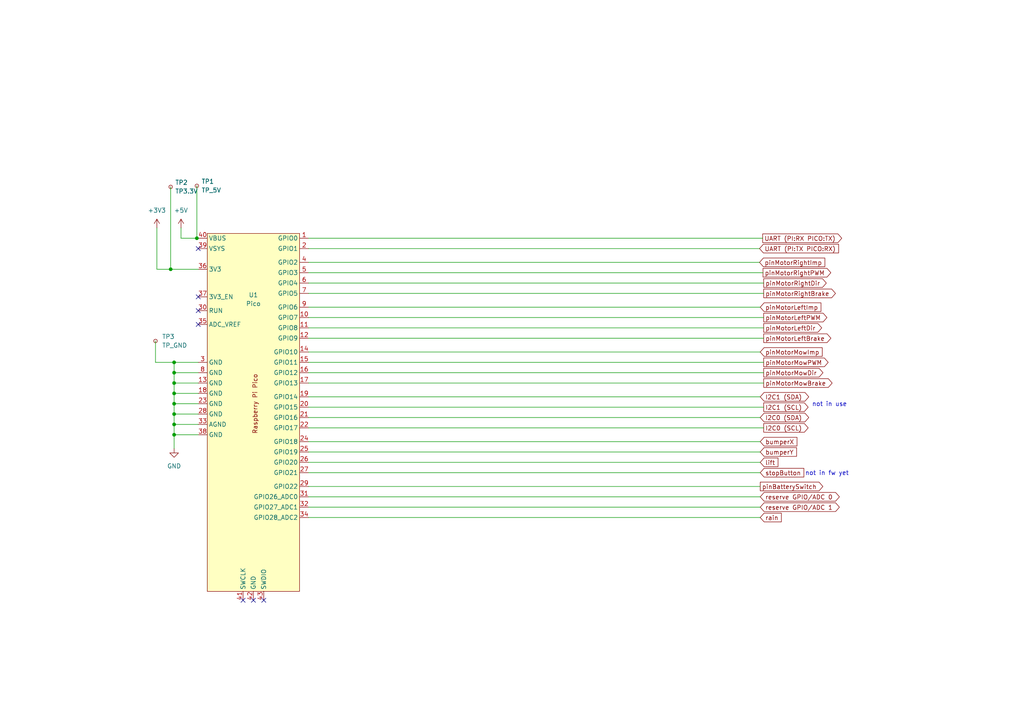
<source format=kicad_sch>
(kicad_sch
	(version 20250114)
	(generator "eeschema")
	(generator_version "9.0")
	(uuid "ccf65e24-b980-469f-8862-e397985c8f5a")
	(paper "A4")
	(title_block
		(title "Landrumower low level unit")
		(rev "1.1")
	)
	(lib_symbols
		(symbol "Connector:TestPoint_Small"
			(pin_numbers
				(hide yes)
			)
			(pin_names
				(offset 0.762)
				(hide yes)
			)
			(exclude_from_sim no)
			(in_bom yes)
			(on_board yes)
			(property "Reference" "TP"
				(at 0 3.81 0)
				(effects
					(font
						(size 1.27 1.27)
					)
				)
			)
			(property "Value" "TestPoint_Small"
				(at 0 2.032 0)
				(effects
					(font
						(size 1.27 1.27)
					)
				)
			)
			(property "Footprint" ""
				(at 5.08 0 0)
				(effects
					(font
						(size 1.27 1.27)
					)
					(hide yes)
				)
			)
			(property "Datasheet" "~"
				(at 5.08 0 0)
				(effects
					(font
						(size 1.27 1.27)
					)
					(hide yes)
				)
			)
			(property "Description" "test point"
				(at 0 0 0)
				(effects
					(font
						(size 1.27 1.27)
					)
					(hide yes)
				)
			)
			(property "ki_keywords" "test point tp"
				(at 0 0 0)
				(effects
					(font
						(size 1.27 1.27)
					)
					(hide yes)
				)
			)
			(property "ki_fp_filters" "Pin* Test*"
				(at 0 0 0)
				(effects
					(font
						(size 1.27 1.27)
					)
					(hide yes)
				)
			)
			(symbol "TestPoint_Small_0_1"
				(circle
					(center 0 0)
					(radius 0.508)
					(stroke
						(width 0)
						(type default)
					)
					(fill
						(type none)
					)
				)
			)
			(symbol "TestPoint_Small_1_1"
				(pin passive line
					(at 0 0 90)
					(length 0)
					(name "1"
						(effects
							(font
								(size 1.27 1.27)
							)
						)
					)
					(number "1"
						(effects
							(font
								(size 1.27 1.27)
							)
						)
					)
				)
			)
			(embedded_fonts no)
		)
		(symbol "Pico_1"
			(exclude_from_sim no)
			(in_bom yes)
			(on_board yes)
			(property "Reference" "U?"
				(at 0 31.55 0)
				(effects
					(font
						(size 1.27 1.27)
					)
				)
			)
			(property "Value" "Pico"
				(at 0 29.01 0)
				(effects
					(font
						(size 1.27 1.27)
					)
				)
			)
			(property "Footprint" "RPi_Pico:RPi_Pico_SMD_TH"
				(at 6 0 90)
				(effects
					(font
						(size 1.27 1.27)
					)
					(hide yes)
				)
			)
			(property "Datasheet" ""
				(at 0 0 0)
				(effects
					(font
						(size 1.27 1.27)
					)
					(hide yes)
				)
			)
			(property "Description" ""
				(at 0 0 0)
				(effects
					(font
						(size 1.27 1.27)
					)
					(hide yes)
				)
			)
			(symbol "Pico_1_0_0"
				(text "Raspberry Pi Pico"
					(at 0.5 0 900)
					(effects
						(font
							(size 1.27 1.27)
						)
					)
				)
			)
			(symbol "Pico_1_0_1"
				(rectangle
					(start -13.4 49.4)
					(end 13.4 -54.4)
					(stroke
						(width 0)
						(type default)
					)
					(fill
						(type background)
					)
				)
			)
			(symbol "Pico_1_1_1"
				(pin power_in line
					(at -16 48 0)
					(length 2.54)
					(name "VBUS"
						(effects
							(font
								(size 1.27 1.27)
							)
						)
					)
					(number "40"
						(effects
							(font
								(size 1.27 1.27)
							)
						)
					)
				)
				(pin power_in line
					(at -16 45 0)
					(length 2.54)
					(name "VSYS"
						(effects
							(font
								(size 1.27 1.27)
							)
						)
					)
					(number "39"
						(effects
							(font
								(size 1.27 1.27)
							)
						)
					)
				)
				(pin power_in line
					(at -16 39 0)
					(length 2.54)
					(name "3V3"
						(effects
							(font
								(size 1.27 1.27)
							)
						)
					)
					(number "36"
						(effects
							(font
								(size 1.27 1.27)
							)
						)
					)
				)
				(pin input line
					(at -16 31 0)
					(length 2.54)
					(name "3V3_EN"
						(effects
							(font
								(size 1.27 1.27)
							)
						)
					)
					(number "37"
						(effects
							(font
								(size 1.27 1.27)
							)
						)
					)
				)
				(pin input line
					(at -16 27 0)
					(length 2.54)
					(name "RUN"
						(effects
							(font
								(size 1.27 1.27)
							)
						)
					)
					(number "30"
						(effects
							(font
								(size 1.27 1.27)
							)
						)
					)
				)
				(pin power_in line
					(at -16 23 0)
					(length 2.54)
					(name "ADC_VREF"
						(effects
							(font
								(size 1.27 1.27)
							)
						)
					)
					(number "35"
						(effects
							(font
								(size 1.27 1.27)
							)
						)
					)
				)
				(pin power_in line
					(at -16 12 0)
					(length 2.54)
					(name "GND"
						(effects
							(font
								(size 1.27 1.27)
							)
						)
					)
					(number "3"
						(effects
							(font
								(size 1.27 1.27)
							)
						)
					)
				)
				(pin power_in line
					(at -16 9 0)
					(length 2.54)
					(name "GND"
						(effects
							(font
								(size 1.27 1.27)
							)
						)
					)
					(number "8"
						(effects
							(font
								(size 1.27 1.27)
							)
						)
					)
				)
				(pin power_in line
					(at -16 6 0)
					(length 2.54)
					(name "GND"
						(effects
							(font
								(size 1.27 1.27)
							)
						)
					)
					(number "13"
						(effects
							(font
								(size 1.27 1.27)
							)
						)
					)
				)
				(pin power_in line
					(at -16 3 0)
					(length 2.54)
					(name "GND"
						(effects
							(font
								(size 1.27 1.27)
							)
						)
					)
					(number "18"
						(effects
							(font
								(size 1.27 1.27)
							)
						)
					)
				)
				(pin power_in line
					(at -16 0 0)
					(length 2.54)
					(name "GND"
						(effects
							(font
								(size 1.27 1.27)
							)
						)
					)
					(number "23"
						(effects
							(font
								(size 1.27 1.27)
							)
						)
					)
				)
				(pin power_in line
					(at -16 -3 0)
					(length 2.54)
					(name "GND"
						(effects
							(font
								(size 1.27 1.27)
							)
						)
					)
					(number "28"
						(effects
							(font
								(size 1.27 1.27)
							)
						)
					)
				)
				(pin power_in line
					(at -16 -6 0)
					(length 2.54)
					(name "AGND"
						(effects
							(font
								(size 1.27 1.27)
							)
						)
					)
					(number "33"
						(effects
							(font
								(size 1.27 1.27)
							)
						)
					)
				)
				(pin bidirectional line
					(at -16 -9 0)
					(length 2.54)
					(name "GND"
						(effects
							(font
								(size 1.27 1.27)
							)
						)
					)
					(number "38"
						(effects
							(font
								(size 1.27 1.27)
							)
						)
					)
				)
				(pin input line
					(at -3 -57 90)
					(length 2.54)
					(name "SWCLK"
						(effects
							(font
								(size 1.27 1.27)
							)
						)
					)
					(number "41"
						(effects
							(font
								(size 1.27 1.27)
							)
						)
					)
				)
				(pin power_in line
					(at 0 -57 90)
					(length 2.54)
					(name "GND"
						(effects
							(font
								(size 1.27 1.27)
							)
						)
					)
					(number "42"
						(effects
							(font
								(size 1.27 1.27)
							)
						)
					)
				)
				(pin bidirectional line
					(at 3 -57 90)
					(length 2.54)
					(name "SWDIO"
						(effects
							(font
								(size 1.27 1.27)
							)
						)
					)
					(number "43"
						(effects
							(font
								(size 1.27 1.27)
							)
						)
					)
				)
				(pin bidirectional line
					(at 16 48 180)
					(length 2.54)
					(name "GPIO0"
						(effects
							(font
								(size 1.27 1.27)
							)
						)
					)
					(number "1"
						(effects
							(font
								(size 1.27 1.27)
							)
						)
					)
				)
				(pin bidirectional line
					(at 16 45 180)
					(length 2.54)
					(name "GPIO1"
						(effects
							(font
								(size 1.27 1.27)
							)
						)
					)
					(number "2"
						(effects
							(font
								(size 1.27 1.27)
							)
						)
					)
				)
				(pin bidirectional line
					(at 16 41 180)
					(length 2.54)
					(name "GPIO2"
						(effects
							(font
								(size 1.27 1.27)
							)
						)
					)
					(number "4"
						(effects
							(font
								(size 1.27 1.27)
							)
						)
					)
				)
				(pin bidirectional line
					(at 16 38 180)
					(length 2.54)
					(name "GPIO3"
						(effects
							(font
								(size 1.27 1.27)
							)
						)
					)
					(number "5"
						(effects
							(font
								(size 1.27 1.27)
							)
						)
					)
				)
				(pin bidirectional line
					(at 16 35 180)
					(length 2.54)
					(name "GPIO4"
						(effects
							(font
								(size 1.27 1.27)
							)
						)
					)
					(number "6"
						(effects
							(font
								(size 1.27 1.27)
							)
						)
					)
				)
				(pin bidirectional line
					(at 16 32 180)
					(length 2.54)
					(name "GPIO5"
						(effects
							(font
								(size 1.27 1.27)
							)
						)
					)
					(number "7"
						(effects
							(font
								(size 1.27 1.27)
							)
						)
					)
				)
				(pin bidirectional line
					(at 16 28 180)
					(length 2.54)
					(name "GPIO6"
						(effects
							(font
								(size 1.27 1.27)
							)
						)
					)
					(number "9"
						(effects
							(font
								(size 1.27 1.27)
							)
						)
					)
				)
				(pin bidirectional line
					(at 16 25 180)
					(length 2.54)
					(name "GPIO7"
						(effects
							(font
								(size 1.27 1.27)
							)
						)
					)
					(number "10"
						(effects
							(font
								(size 1.27 1.27)
							)
						)
					)
				)
				(pin bidirectional line
					(at 16 22 180)
					(length 2.54)
					(name "GPIO8"
						(effects
							(font
								(size 1.27 1.27)
							)
						)
					)
					(number "11"
						(effects
							(font
								(size 1.27 1.27)
							)
						)
					)
				)
				(pin bidirectional line
					(at 16 19 180)
					(length 2.54)
					(name "GPIO9"
						(effects
							(font
								(size 1.27 1.27)
							)
						)
					)
					(number "12"
						(effects
							(font
								(size 1.27 1.27)
							)
						)
					)
				)
				(pin bidirectional line
					(at 16 15 180)
					(length 2.54)
					(name "GPIO10"
						(effects
							(font
								(size 1.27 1.27)
							)
						)
					)
					(number "14"
						(effects
							(font
								(size 1.27 1.27)
							)
						)
					)
				)
				(pin bidirectional line
					(at 16 12 180)
					(length 2.54)
					(name "GPIO11"
						(effects
							(font
								(size 1.27 1.27)
							)
						)
					)
					(number "15"
						(effects
							(font
								(size 1.27 1.27)
							)
						)
					)
				)
				(pin bidirectional line
					(at 16 9 180)
					(length 2.54)
					(name "GPIO12"
						(effects
							(font
								(size 1.27 1.27)
							)
						)
					)
					(number "16"
						(effects
							(font
								(size 1.27 1.27)
							)
						)
					)
				)
				(pin bidirectional line
					(at 16 6 180)
					(length 2.54)
					(name "GPIO13"
						(effects
							(font
								(size 1.27 1.27)
							)
						)
					)
					(number "17"
						(effects
							(font
								(size 1.27 1.27)
							)
						)
					)
				)
				(pin bidirectional line
					(at 16 2 180)
					(length 2.54)
					(name "GPIO14"
						(effects
							(font
								(size 1.27 1.27)
							)
						)
					)
					(number "19"
						(effects
							(font
								(size 1.27 1.27)
							)
						)
					)
				)
				(pin bidirectional line
					(at 16 -1 180)
					(length 2.54)
					(name "GPIO15"
						(effects
							(font
								(size 1.27 1.27)
							)
						)
					)
					(number "20"
						(effects
							(font
								(size 1.27 1.27)
							)
						)
					)
				)
				(pin bidirectional line
					(at 16 -4 180)
					(length 2.54)
					(name "GPIO16"
						(effects
							(font
								(size 1.27 1.27)
							)
						)
					)
					(number "21"
						(effects
							(font
								(size 1.27 1.27)
							)
						)
					)
				)
				(pin bidirectional line
					(at 16 -7 180)
					(length 2.54)
					(name "GPIO17"
						(effects
							(font
								(size 1.27 1.27)
							)
						)
					)
					(number "22"
						(effects
							(font
								(size 1.27 1.27)
							)
						)
					)
				)
				(pin bidirectional line
					(at 16 -11 180)
					(length 2.54)
					(name "GPIO18"
						(effects
							(font
								(size 1.27 1.27)
							)
						)
					)
					(number "24"
						(effects
							(font
								(size 1.27 1.27)
							)
						)
					)
				)
				(pin bidirectional line
					(at 16 -14 180)
					(length 2.54)
					(name "GPIO19"
						(effects
							(font
								(size 1.27 1.27)
							)
						)
					)
					(number "25"
						(effects
							(font
								(size 1.27 1.27)
							)
						)
					)
				)
				(pin bidirectional line
					(at 16 -17 180)
					(length 2.54)
					(name "GPIO20"
						(effects
							(font
								(size 1.27 1.27)
							)
						)
					)
					(number "26"
						(effects
							(font
								(size 1.27 1.27)
							)
						)
					)
				)
				(pin bidirectional line
					(at 16 -20 180)
					(length 2.54)
					(name "GPIO21"
						(effects
							(font
								(size 1.27 1.27)
							)
						)
					)
					(number "27"
						(effects
							(font
								(size 1.27 1.27)
							)
						)
					)
				)
				(pin bidirectional line
					(at 16 -24 180)
					(length 2.54)
					(name "GPIO22"
						(effects
							(font
								(size 1.27 1.27)
							)
						)
					)
					(number "29"
						(effects
							(font
								(size 1.27 1.27)
							)
						)
					)
				)
				(pin bidirectional line
					(at 16 -27 180)
					(length 2.54)
					(name "GPIO26_ADC0"
						(effects
							(font
								(size 1.27 1.27)
							)
						)
					)
					(number "31"
						(effects
							(font
								(size 1.27 1.27)
							)
						)
					)
				)
				(pin bidirectional line
					(at 16 -30 180)
					(length 2.54)
					(name "GPIO27_ADC1"
						(effects
							(font
								(size 1.27 1.27)
							)
						)
					)
					(number "32"
						(effects
							(font
								(size 1.27 1.27)
							)
						)
					)
				)
				(pin bidirectional line
					(at 16 -33 180)
					(length 2.54)
					(name "GPIO28_ADC2"
						(effects
							(font
								(size 1.27 1.27)
							)
						)
					)
					(number "34"
						(effects
							(font
								(size 1.27 1.27)
							)
						)
					)
				)
			)
			(embedded_fonts no)
		)
		(symbol "power:+3V3"
			(power)
			(pin_names
				(offset 0)
			)
			(exclude_from_sim no)
			(in_bom yes)
			(on_board yes)
			(property "Reference" "#PWR"
				(at 0 -3.81 0)
				(effects
					(font
						(size 1.27 1.27)
					)
					(hide yes)
				)
			)
			(property "Value" "+3V3"
				(at 0 3.556 0)
				(effects
					(font
						(size 1.27 1.27)
					)
				)
			)
			(property "Footprint" ""
				(at 0 0 0)
				(effects
					(font
						(size 1.27 1.27)
					)
					(hide yes)
				)
			)
			(property "Datasheet" ""
				(at 0 0 0)
				(effects
					(font
						(size 1.27 1.27)
					)
					(hide yes)
				)
			)
			(property "Description" "Power symbol creates a global label with name \"+3V3\""
				(at 0 0 0)
				(effects
					(font
						(size 1.27 1.27)
					)
					(hide yes)
				)
			)
			(property "ki_keywords" "power-flag"
				(at 0 0 0)
				(effects
					(font
						(size 1.27 1.27)
					)
					(hide yes)
				)
			)
			(symbol "+3V3_0_1"
				(polyline
					(pts
						(xy -0.762 1.27) (xy 0 2.54)
					)
					(stroke
						(width 0)
						(type default)
					)
					(fill
						(type none)
					)
				)
				(polyline
					(pts
						(xy 0 2.54) (xy 0.762 1.27)
					)
					(stroke
						(width 0)
						(type default)
					)
					(fill
						(type none)
					)
				)
				(polyline
					(pts
						(xy 0 0) (xy 0 2.54)
					)
					(stroke
						(width 0)
						(type default)
					)
					(fill
						(type none)
					)
				)
			)
			(symbol "+3V3_1_1"
				(pin power_in line
					(at 0 0 90)
					(length 0)
					(hide yes)
					(name "+3V3"
						(effects
							(font
								(size 1.27 1.27)
							)
						)
					)
					(number "1"
						(effects
							(font
								(size 1.27 1.27)
							)
						)
					)
				)
			)
			(embedded_fonts no)
		)
		(symbol "power:+5V"
			(power)
			(pin_names
				(offset 0)
			)
			(exclude_from_sim no)
			(in_bom yes)
			(on_board yes)
			(property "Reference" "#PWR"
				(at 0 -3.81 0)
				(effects
					(font
						(size 1.27 1.27)
					)
					(hide yes)
				)
			)
			(property "Value" "+5V"
				(at 0 3.556 0)
				(effects
					(font
						(size 1.27 1.27)
					)
				)
			)
			(property "Footprint" ""
				(at 0 0 0)
				(effects
					(font
						(size 1.27 1.27)
					)
					(hide yes)
				)
			)
			(property "Datasheet" ""
				(at 0 0 0)
				(effects
					(font
						(size 1.27 1.27)
					)
					(hide yes)
				)
			)
			(property "Description" "Power symbol creates a global label with name \"+5V\""
				(at 0 0 0)
				(effects
					(font
						(size 1.27 1.27)
					)
					(hide yes)
				)
			)
			(property "ki_keywords" "power-flag"
				(at 0 0 0)
				(effects
					(font
						(size 1.27 1.27)
					)
					(hide yes)
				)
			)
			(symbol "+5V_0_1"
				(polyline
					(pts
						(xy -0.762 1.27) (xy 0 2.54)
					)
					(stroke
						(width 0)
						(type default)
					)
					(fill
						(type none)
					)
				)
				(polyline
					(pts
						(xy 0 2.54) (xy 0.762 1.27)
					)
					(stroke
						(width 0)
						(type default)
					)
					(fill
						(type none)
					)
				)
				(polyline
					(pts
						(xy 0 0) (xy 0 2.54)
					)
					(stroke
						(width 0)
						(type default)
					)
					(fill
						(type none)
					)
				)
			)
			(symbol "+5V_1_1"
				(pin power_in line
					(at 0 0 90)
					(length 0)
					(hide yes)
					(name "+5V"
						(effects
							(font
								(size 1.27 1.27)
							)
						)
					)
					(number "1"
						(effects
							(font
								(size 1.27 1.27)
							)
						)
					)
				)
			)
			(embedded_fonts no)
		)
		(symbol "power:GND"
			(power)
			(pin_names
				(offset 0)
			)
			(exclude_from_sim no)
			(in_bom yes)
			(on_board yes)
			(property "Reference" "#PWR"
				(at 0 -6.35 0)
				(effects
					(font
						(size 1.27 1.27)
					)
					(hide yes)
				)
			)
			(property "Value" "GND"
				(at 0 -3.81 0)
				(effects
					(font
						(size 1.27 1.27)
					)
				)
			)
			(property "Footprint" ""
				(at 0 0 0)
				(effects
					(font
						(size 1.27 1.27)
					)
					(hide yes)
				)
			)
			(property "Datasheet" ""
				(at 0 0 0)
				(effects
					(font
						(size 1.27 1.27)
					)
					(hide yes)
				)
			)
			(property "Description" "Power symbol creates a global label with name \"GND\" , ground"
				(at 0 0 0)
				(effects
					(font
						(size 1.27 1.27)
					)
					(hide yes)
				)
			)
			(property "ki_keywords" "power-flag"
				(at 0 0 0)
				(effects
					(font
						(size 1.27 1.27)
					)
					(hide yes)
				)
			)
			(symbol "GND_0_1"
				(polyline
					(pts
						(xy 0 0) (xy 0 -1.27) (xy 1.27 -1.27) (xy 0 -2.54) (xy -1.27 -1.27) (xy 0 -1.27)
					)
					(stroke
						(width 0)
						(type default)
					)
					(fill
						(type none)
					)
				)
			)
			(symbol "GND_1_1"
				(pin power_in line
					(at 0 0 270)
					(length 0)
					(hide yes)
					(name "GND"
						(effects
							(font
								(size 1.27 1.27)
							)
						)
					)
					(number "1"
						(effects
							(font
								(size 1.27 1.27)
							)
						)
					)
				)
			)
			(embedded_fonts no)
		)
	)
	(text "not in use"
		(exclude_from_sim no)
		(at 235.5 118.1 0)
		(effects
			(font
				(size 1.27 1.27)
			)
			(justify left bottom)
		)
		(uuid "06f99667-df33-44a4-9190-d6f9a66e2162")
	)
	(text "not in fw yet"
		(exclude_from_sim no)
		(at 233.5 138.1 0)
		(effects
			(font
				(size 1.27 1.27)
			)
			(justify left bottom)
		)
		(uuid "2bd9a1e1-bd38-4937-886f-34e2293796a2")
	)
	(junction
		(at 50.5 111.1)
		(diameter 0)
		(color 0 0 0 0)
		(uuid "147dd637-0d2b-4280-8f38-313d30a1ad61")
	)
	(junction
		(at 50.5 126.1)
		(diameter 0)
		(color 0 0 0 0)
		(uuid "238c6b06-73a5-464d-84ca-debe01257db7")
	)
	(junction
		(at 50.5 108.1)
		(diameter 0)
		(color 0 0 0 0)
		(uuid "30cebd29-eeef-4d19-a441-40fece2e56c6")
	)
	(junction
		(at 57.1 69.1)
		(diameter 0)
		(color 0 0 0 0)
		(uuid "3249cfd9-c579-4701-932e-6f4ee1ed0b42")
	)
	(junction
		(at 50.5 123.1)
		(diameter 0)
		(color 0 0 0 0)
		(uuid "3d217d05-2161-4e5d-a274-ae458a80f907")
	)
	(junction
		(at 49.5 78.1)
		(diameter 0)
		(color 0 0 0 0)
		(uuid "65b1b9aa-999a-4838-9b32-57d0a045627e")
	)
	(junction
		(at 50.5 120.1)
		(diameter 0)
		(color 0 0 0 0)
		(uuid "87e9b781-3907-4e1d-bf6c-d209fe2174a7")
	)
	(junction
		(at 50.5 114.1)
		(diameter 0)
		(color 0 0 0 0)
		(uuid "a2c66ec7-ce0f-463a-93f5-5099c8dcc72e")
	)
	(junction
		(at 50.5 105.1)
		(diameter 0)
		(color 0 0 0 0)
		(uuid "bd164860-3257-42d0-af67-269f69a71a6e")
	)
	(junction
		(at 50.5 117.1)
		(diameter 0)
		(color 0 0 0 0)
		(uuid "e2359666-debd-4fe3-ad45-e8a7d4bf8c70")
	)
	(no_connect
		(at 57.5 72.1)
		(uuid "cf7767bd-6bdc-4dd6-8d40-8eefa74a07f1")
	)
	(no_connect
		(at 57.5 94.1)
		(uuid "cf7767bd-6bdc-4dd6-8d40-8eefa74a07f2")
	)
	(no_connect
		(at 57.5 90.1)
		(uuid "cf7767bd-6bdc-4dd6-8d40-8eefa74a07f3")
	)
	(no_connect
		(at 57.5 86.1)
		(uuid "cf7767bd-6bdc-4dd6-8d40-8eefa74a07f4")
	)
	(no_connect
		(at 76.5 174.1)
		(uuid "cf7767bd-6bdc-4dd6-8d40-8eefa74a07f5")
	)
	(no_connect
		(at 73.5 174.1)
		(uuid "cf7767bd-6bdc-4dd6-8d40-8eefa74a07f6")
	)
	(no_connect
		(at 70.5 174.1)
		(uuid "cf7767bd-6bdc-4dd6-8d40-8eefa74a07f7")
	)
	(wire
		(pts
			(xy 89.5 147.1) (xy 220.5 147.1)
		)
		(stroke
			(width 0)
			(type default)
		)
		(uuid "00b683d6-d421-4850-97fa-a043512bd8b5")
	)
	(wire
		(pts
			(xy 52.5 69.1) (xy 57.1 69.1)
		)
		(stroke
			(width 0)
			(type default)
		)
		(uuid "02b735a5-fcc3-4a19-867d-650f7afd3f9d")
	)
	(wire
		(pts
			(xy 57.5 108.1) (xy 50.5 108.1)
		)
		(stroke
			(width 0)
			(type default)
		)
		(uuid "05551474-29e7-44ad-a2c2-04d2753f3045")
	)
	(wire
		(pts
			(xy 45.1 98.9) (xy 45.1 105.1)
		)
		(stroke
			(width 0)
			(type default)
		)
		(uuid "05c11f86-2b28-40b8-980e-cf7608ddca0a")
	)
	(wire
		(pts
			(xy 89.5 95.1) (xy 221.5 95.1)
		)
		(stroke
			(width 0)
			(type default)
		)
		(uuid "09118e57-e8e7-4f7b-a3cf-35052b15c024")
	)
	(wire
		(pts
			(xy 89.5 144.1) (xy 220.5 144.1)
		)
		(stroke
			(width 0)
			(type default)
		)
		(uuid "0d7ef3a9-35f0-4b48-8b7c-9e6e88ad4766")
	)
	(wire
		(pts
			(xy 45.5 66.1) (xy 45.5 78.1)
		)
		(stroke
			(width 0)
			(type default)
		)
		(uuid "1530ca56-7356-410c-ae96-c1e6895a93d8")
	)
	(wire
		(pts
			(xy 45.1 105.1) (xy 50.5 105.1)
		)
		(stroke
			(width 0)
			(type default)
		)
		(uuid "1e474927-d044-48fb-bc05-52b3fa0eea54")
	)
	(wire
		(pts
			(xy 57.5 114.1) (xy 50.5 114.1)
		)
		(stroke
			(width 0)
			(type default)
		)
		(uuid "232bc8d2-13b2-49bc-825f-c52d39703dd8")
	)
	(wire
		(pts
			(xy 50.5 117.1) (xy 50.5 120.1)
		)
		(stroke
			(width 0)
			(type default)
		)
		(uuid "2418b6a4-3a7e-4d83-ac43-3f26563b6a03")
	)
	(wire
		(pts
			(xy 50.5 108.1) (xy 50.5 111.1)
		)
		(stroke
			(width 0)
			(type default)
		)
		(uuid "26eeeda6-6cea-4873-a4ea-d57ea1f1bd79")
	)
	(wire
		(pts
			(xy 50.5 114.1) (xy 50.5 117.1)
		)
		(stroke
			(width 0)
			(type default)
		)
		(uuid "292d48b2-fbdf-4e6c-b583-b20cde11912b")
	)
	(wire
		(pts
			(xy 89.5 111.1) (xy 221.5 111.1)
		)
		(stroke
			(width 0)
			(type default)
		)
		(uuid "29da97d4-6399-4107-9b90-26d2cc7c052b")
	)
	(wire
		(pts
			(xy 89.5 82.1) (xy 221.5 82.1)
		)
		(stroke
			(width 0)
			(type default)
		)
		(uuid "2bb78b8e-f7e7-484c-af0b-77eb340542be")
	)
	(wire
		(pts
			(xy 45.5 78.1) (xy 49.5 78.1)
		)
		(stroke
			(width 0)
			(type default)
		)
		(uuid "350d8159-c34a-468f-bb25-984c1630ff7f")
	)
	(wire
		(pts
			(xy 89.5 98.1) (xy 221.5 98.1)
		)
		(stroke
			(width 0)
			(type default)
		)
		(uuid "353c0714-07db-40d2-a8a3-d5e4a28d77ab")
	)
	(wire
		(pts
			(xy 89.5 137.1) (xy 220.5 137.1)
		)
		(stroke
			(width 0)
			(type default)
		)
		(uuid "3745727a-4c07-4bb6-a2fb-9587030d6615")
	)
	(wire
		(pts
			(xy 89.5 150.1) (xy 220.5 150.1)
		)
		(stroke
			(width 0)
			(type default)
		)
		(uuid "3868de6b-0745-4fb6-b706-ff91aac5cc1c")
	)
	(wire
		(pts
			(xy 89.5 89.1) (xy 220.5 89.1)
		)
		(stroke
			(width 0)
			(type default)
		)
		(uuid "3a263207-972e-4b08-aa1d-5b9ca993efa8")
	)
	(wire
		(pts
			(xy 89.5 92.1) (xy 221.5 92.1)
		)
		(stroke
			(width 0)
			(type default)
		)
		(uuid "3c83812e-f434-4da3-a242-c48b4e766344")
	)
	(wire
		(pts
			(xy 50.5 120.1) (xy 50.5 123.1)
		)
		(stroke
			(width 0)
			(type default)
		)
		(uuid "44517807-8b0b-498a-b764-c9c43f263c47")
	)
	(wire
		(pts
			(xy 89.5 128.1) (xy 220.5 128.1)
		)
		(stroke
			(width 0)
			(type default)
		)
		(uuid "46126484-c024-4d0b-a32a-65baabe2fa2b")
	)
	(wire
		(pts
			(xy 50.5 123.1) (xy 50.5 126.1)
		)
		(stroke
			(width 0)
			(type default)
		)
		(uuid "47a8cbd6-e6a9-4ee9-865d-96b940d5a79b")
	)
	(wire
		(pts
			(xy 89.5 131.1) (xy 220.5 131.1)
		)
		(stroke
			(width 0)
			(type default)
		)
		(uuid "4e4699f1-0c6a-42b9-ad6c-62388336fad1")
	)
	(wire
		(pts
			(xy 89.5 108.1) (xy 221.5 108.1)
		)
		(stroke
			(width 0)
			(type default)
		)
		(uuid "51fbe967-aa9a-4107-a2bb-2e30a9a40b25")
	)
	(wire
		(pts
			(xy 57.1 69.1) (xy 57.5 69.1)
		)
		(stroke
			(width 0)
			(type default)
		)
		(uuid "606111c7-7e2d-4cf1-b74a-0edb41c5417f")
	)
	(wire
		(pts
			(xy 89.5 72.1) (xy 220.3 72.1)
		)
		(stroke
			(width 0)
			(type default)
		)
		(uuid "662c4cb6-2d3d-4688-9c95-35c053246764")
	)
	(wire
		(pts
			(xy 50.5 105.1) (xy 50.5 108.1)
		)
		(stroke
			(width 0)
			(type default)
		)
		(uuid "70e2fddf-49d2-4643-b4cc-e2943baf462e")
	)
	(wire
		(pts
			(xy 89.5 102.1) (xy 220.5 102.1)
		)
		(stroke
			(width 0)
			(type default)
		)
		(uuid "72e8bbfa-b0aa-4294-8854-fe200521267b")
	)
	(wire
		(pts
			(xy 89.5 105.1) (xy 221.5 105.1)
		)
		(stroke
			(width 0)
			(type default)
		)
		(uuid "75e711ce-793f-4c0e-849a-28d6db877f3a")
	)
	(wire
		(pts
			(xy 49.5 78.1) (xy 57.5 78.1)
		)
		(stroke
			(width 0)
			(type default)
		)
		(uuid "779054b9-48cb-4080-8fcf-f44b8ab9c4ab")
	)
	(wire
		(pts
			(xy 57.5 105.1) (xy 50.5 105.1)
		)
		(stroke
			(width 0)
			(type default)
		)
		(uuid "7a9e9f9a-392d-4f7f-bea8-95f20c420472")
	)
	(wire
		(pts
			(xy 49.5 54.2) (xy 49.5 78.1)
		)
		(stroke
			(width 0)
			(type default)
		)
		(uuid "7dcd1032-9993-4805-8941-c3b53499fe01")
	)
	(wire
		(pts
			(xy 50.5 111.1) (xy 50.5 114.1)
		)
		(stroke
			(width 0)
			(type default)
		)
		(uuid "7ea39b1b-4a39-4f7f-8106-5586d052b457")
	)
	(wire
		(pts
			(xy 57.5 126.1) (xy 50.5 126.1)
		)
		(stroke
			(width 0)
			(type default)
		)
		(uuid "8d2f3aff-6762-4708-9ece-79c29c71ca91")
	)
	(wire
		(pts
			(xy 57.1 53.9) (xy 57.1 69.1)
		)
		(stroke
			(width 0)
			(type default)
		)
		(uuid "a28781bf-a30f-45a3-a62f-4223427e99bb")
	)
	(wire
		(pts
			(xy 89.5 118.1) (xy 221.5 118.1)
		)
		(stroke
			(width 0)
			(type default)
		)
		(uuid "b308ac6e-99ce-4299-ba58-2cd60222ce3d")
	)
	(wire
		(pts
			(xy 89.5 69.1) (xy 221.2 69.1)
		)
		(stroke
			(width 0)
			(type default)
		)
		(uuid "b37af364-8207-4cb1-bcba-770a529eff75")
	)
	(wire
		(pts
			(xy 89.5 121.1) (xy 220.5 121.1)
		)
		(stroke
			(width 0)
			(type default)
		)
		(uuid "bd169fac-f1c5-45eb-b3d1-7274c813ad7b")
	)
	(wire
		(pts
			(xy 57.5 120.1) (xy 50.5 120.1)
		)
		(stroke
			(width 0)
			(type default)
		)
		(uuid "c0ccdd55-7c10-4443-988a-55bab11bf40e")
	)
	(wire
		(pts
			(xy 89.5 115.1) (xy 220.5 115.1)
		)
		(stroke
			(width 0)
			(type default)
		)
		(uuid "c2a905ef-e391-4225-863f-12f3d5a03a70")
	)
	(wire
		(pts
			(xy 89.5 141.1) (xy 220.5 141.1)
		)
		(stroke
			(width 0)
			(type default)
		)
		(uuid "c5ac1063-86a1-4251-adf6-7f52684bb6bf")
	)
	(wire
		(pts
			(xy 57.5 117.1) (xy 50.5 117.1)
		)
		(stroke
			(width 0)
			(type default)
		)
		(uuid "cd347373-61d6-4e77-b507-9af67361276f")
	)
	(wire
		(pts
			(xy 57.5 123.1) (xy 50.5 123.1)
		)
		(stroke
			(width 0)
			(type default)
		)
		(uuid "ce212c66-a265-4c5b-b63c-c3ab384e0e4a")
	)
	(wire
		(pts
			(xy 52.5 66.1) (xy 52.5 69.1)
		)
		(stroke
			(width 0)
			(type default)
		)
		(uuid "d3c7fc9b-7e41-4f30-9870-57a50010f896")
	)
	(wire
		(pts
			(xy 50.5 126.1) (xy 50.5 130.1)
		)
		(stroke
			(width 0)
			(type default)
		)
		(uuid "dd1f12e3-4336-4227-9a6e-fe69fc670600")
	)
	(wire
		(pts
			(xy 89.5 85.1) (xy 221.5 85.1)
		)
		(stroke
			(width 0)
			(type default)
		)
		(uuid "e805b352-7854-45d2-b0aa-5c2229e187ef")
	)
	(wire
		(pts
			(xy 89.5 79.1) (xy 221.3 79.1)
		)
		(stroke
			(width 0)
			(type default)
		)
		(uuid "eb8618b7-4923-4abf-884f-181d2556ec33")
	)
	(wire
		(pts
			(xy 89.5 76.1) (xy 220.3 76.1)
		)
		(stroke
			(width 0)
			(type default)
		)
		(uuid "eb949916-21b6-40a9-835e-4def3f3ce4b4")
	)
	(wire
		(pts
			(xy 57.5 111.1) (xy 50.5 111.1)
		)
		(stroke
			(width 0)
			(type default)
		)
		(uuid "ee403572-8b60-4d6d-a8fc-1e60e98777e7")
	)
	(wire
		(pts
			(xy 89.5 124.1) (xy 221.5 124.1)
		)
		(stroke
			(width 0)
			(type default)
		)
		(uuid "f649fe5d-3760-46aa-9be0-f9f85999b9da")
	)
	(wire
		(pts
			(xy 89.5 134.1) (xy 220.5 134.1)
		)
		(stroke
			(width 0)
			(type default)
		)
		(uuid "faa15153-cbbb-459b-a0d2-301b1dd242ee")
	)
	(global_label "rain"
		(shape input)
		(at 220.5 150.1 0)
		(fields_autoplaced yes)
		(effects
			(font
				(size 1.27 1.27)
			)
			(justify left)
		)
		(uuid "0614f523-3f8c-410f-be4f-52e639f09820")
		(property "Intersheetrefs" "${INTERSHEET_REFS}"
			(at 226.6021 150.0206 0)
			(effects
				(font
					(size 1.27 1.27)
				)
				(justify left)
				(hide yes)
			)
		)
	)
	(global_label "I2C1 (SCL)"
		(shape output)
		(at 221.5 118.1 0)
		(fields_autoplaced yes)
		(effects
			(font
				(size 1.27 1.27)
			)
			(justify left)
		)
		(uuid "0c23b7e2-2d65-432c-8530-e36755819c5a")
		(property "Intersheetrefs" "${INTERSHEET_REFS}"
			(at 234.3755 118.0206 0)
			(effects
				(font
					(size 1.27 1.27)
				)
				(justify left)
				(hide yes)
			)
		)
	)
	(global_label "reserve GPIO{slash}ADC 0"
		(shape bidirectional)
		(at 220.5 144.1 0)
		(fields_autoplaced yes)
		(effects
			(font
				(size 1.27 1.27)
			)
			(justify left)
		)
		(uuid "1586aac4-134d-450f-9bb9-def935b69099")
		(property "Intersheetrefs" "${INTERSHEET_REFS}"
			(at 242.326 144.0206 0)
			(effects
				(font
					(size 1.27 1.27)
				)
				(justify left)
				(hide yes)
			)
		)
	)
	(global_label "I2C1 (SDA)"
		(shape bidirectional)
		(at 220.5 115.1 0)
		(fields_autoplaced yes)
		(effects
			(font
				(size 1.27 1.27)
			)
			(justify left)
		)
		(uuid "1695447c-b14c-4eb8-81a8-7c5b425c89bd")
		(property "Intersheetrefs" "${INTERSHEET_REFS}"
			(at 233.436 115.0206 0)
			(effects
				(font
					(size 1.27 1.27)
				)
				(justify left)
				(hide yes)
			)
		)
	)
	(global_label "pinMotorRightDir"
		(shape output)
		(at 221.5 82.1 0)
		(fields_autoplaced yes)
		(effects
			(font
				(size 1.27 1.27)
			)
			(justify left)
		)
		(uuid "23901d54-749f-4879-af14-f9c0cdc3687b")
		(property "Intersheetrefs" "${INTERSHEET_REFS}"
			(at 239.6369 82.0206 0)
			(effects
				(font
					(size 1.27 1.27)
				)
				(justify left)
				(hide yes)
			)
		)
	)
	(global_label "pinMotorMowDir"
		(shape output)
		(at 221.5 108.1 0)
		(fields_autoplaced yes)
		(effects
			(font
				(size 1.27 1.27)
			)
			(justify left)
		)
		(uuid "4951964b-c6d2-4647-9fbf-828af2bd235d")
		(property "Intersheetrefs" "${INTERSHEET_REFS}"
			(at 238.6693 108.0206 0)
			(effects
				(font
					(size 1.27 1.27)
				)
				(justify left)
				(hide yes)
			)
		)
	)
	(global_label "pinMotorRightBrake"
		(shape output)
		(at 221.5 85.1 0)
		(fields_autoplaced yes)
		(effects
			(font
				(size 1.27 1.27)
			)
			(justify left)
		)
		(uuid "4bf24f29-1c4c-44df-ab84-8dfa9c84e72f")
		(property "Intersheetrefs" "${INTERSHEET_REFS}"
			(at 242.2979 85.0206 0)
			(effects
				(font
					(size 1.27 1.27)
				)
				(justify left)
				(hide yes)
			)
		)
	)
	(global_label "pinMotorLeftDir"
		(shape output)
		(at 221.5 95.1 0)
		(fields_autoplaced yes)
		(effects
			(font
				(size 1.27 1.27)
			)
			(justify left)
		)
		(uuid "4e275a14-5e3b-407c-a118-dc225c06f12f")
		(property "Intersheetrefs" "${INTERSHEET_REFS}"
			(at 238.3064 95.0206 0)
			(effects
				(font
					(size 1.27 1.27)
				)
				(justify left)
				(hide yes)
			)
		)
	)
	(global_label "bumperY"
		(shape input)
		(at 220.5 131.1 0)
		(fields_autoplaced yes)
		(effects
			(font
				(size 1.27 1.27)
			)
			(justify left)
		)
		(uuid "61538201-9a04-4cd3-9876-ec112a29b019")
		(property "Intersheetrefs" "${INTERSHEET_REFS}"
			(at 231.0169 131.0206 0)
			(effects
				(font
					(size 1.27 1.27)
				)
				(justify left)
				(hide yes)
			)
		)
	)
	(global_label "stopButton"
		(shape input)
		(at 220.5 137.1 0)
		(fields_autoplaced yes)
		(effects
			(font
				(size 1.27 1.27)
			)
			(justify left)
		)
		(uuid "664ca77e-c407-44af-aac0-6ca73f038cf5")
		(property "Intersheetrefs" "${INTERSHEET_REFS}"
			(at 233.1336 137.0206 0)
			(effects
				(font
					(size 1.27 1.27)
				)
				(justify left)
				(hide yes)
			)
		)
	)
	(global_label "pinMotorRightImp"
		(shape input)
		(at 220.3 76.1 0)
		(fields_autoplaced yes)
		(effects
			(font
				(size 1.27 1.27)
			)
			(justify left)
		)
		(uuid "6b0a4702-2152-4fe9-b558-3dd06e3a23f0")
		(property "Intersheetrefs" "${INTERSHEET_REFS}"
			(at 239.2231 76.0206 0)
			(effects
				(font
					(size 1.27 1.27)
				)
				(justify left)
				(hide yes)
			)
		)
	)
	(global_label "UART (PI:RX PICO:TX)"
		(shape output)
		(at 221.2 69.1 0)
		(fields_autoplaced yes)
		(effects
			(font
				(size 1.27 1.27)
			)
			(justify left)
		)
		(uuid "72f4da7a-d43f-4aa7-944e-4bf5faac5b22")
		(property "Intersheetrefs" "${INTERSHEET_REFS}"
			(at 244.1145 69.0206 0)
			(effects
				(font
					(size 1.27 1.27)
				)
				(justify left)
				(hide yes)
			)
		)
	)
	(global_label "pinMotorMowImp"
		(shape input)
		(at 220.5 102.1 0)
		(fields_autoplaced yes)
		(effects
			(font
				(size 1.27 1.27)
			)
			(justify left)
		)
		(uuid "832d1e59-b8be-441f-a77f-2cc1a3c6953f")
		(property "Intersheetrefs" "${INTERSHEET_REFS}"
			(at 238.4555 102.0206 0)
			(effects
				(font
					(size 1.27 1.27)
				)
				(justify left)
				(hide yes)
			)
		)
	)
	(global_label "reserve GPIO{slash}ADC 1"
		(shape bidirectional)
		(at 220.5 147.1 0)
		(fields_autoplaced yes)
		(effects
			(font
				(size 1.27 1.27)
			)
			(justify left)
		)
		(uuid "84b9f3da-b7cb-4986-af8b-ba11e84c46ff")
		(property "Intersheetrefs" "${INTERSHEET_REFS}"
			(at 242.326 147.0206 0)
			(effects
				(font
					(size 1.27 1.27)
				)
				(justify left)
				(hide yes)
			)
		)
	)
	(global_label "pinMotorLeftImp"
		(shape input)
		(at 220.5 89.1 0)
		(fields_autoplaced yes)
		(effects
			(font
				(size 1.27 1.27)
			)
			(justify left)
		)
		(uuid "862163c8-c6df-4776-a3a1-b3662d4f6185")
		(property "Intersheetrefs" "${INTERSHEET_REFS}"
			(at 238.0926 89.0206 0)
			(effects
				(font
					(size 1.27 1.27)
				)
				(justify left)
				(hide yes)
			)
		)
	)
	(global_label "pinMotorLeftBrake"
		(shape output)
		(at 221.5 98.1 0)
		(fields_autoplaced yes)
		(effects
			(font
				(size 1.27 1.27)
			)
			(justify left)
		)
		(uuid "9441c925-84dc-46bb-b90f-85a62f709352")
		(property "Intersheetrefs" "${INTERSHEET_REFS}"
			(at 240.9674 98.0206 0)
			(effects
				(font
					(size 1.27 1.27)
				)
				(justify left)
				(hide yes)
			)
		)
	)
	(global_label "I2C0 (SCL)"
		(shape output)
		(at 221.5 124.1 0)
		(fields_autoplaced yes)
		(effects
			(font
				(size 1.27 1.27)
			)
			(justify left)
		)
		(uuid "9b251d71-7ad4-4699-a1b9-0183ae1393f5")
		(property "Intersheetrefs" "${INTERSHEET_REFS}"
			(at 234.3755 124.0206 0)
			(effects
				(font
					(size 1.27 1.27)
				)
				(justify left)
				(hide yes)
			)
		)
	)
	(global_label "pinMotorRightPWM"
		(shape output)
		(at 221.3 79.1 0)
		(fields_autoplaced yes)
		(effects
			(font
				(size 1.27 1.27)
			)
			(justify left)
		)
		(uuid "9e31afea-0dd3-4784-b3df-cda163e8ee3e")
		(property "Intersheetrefs" "${INTERSHEET_REFS}"
			(at 240.9488 79.0206 0)
			(effects
				(font
					(size 1.27 1.27)
				)
				(justify left)
				(hide yes)
			)
		)
	)
	(global_label "pinBatterySwitch"
		(shape output)
		(at 220.5 141.1 0)
		(fields_autoplaced yes)
		(effects
			(font
				(size 1.27 1.27)
			)
			(justify left)
		)
		(uuid "a5edccb3-6cea-4d90-b85b-dedc017907f4")
		(property "Intersheetrefs" "${INTERSHEET_REFS}"
			(at 238.6369 141.0206 0)
			(effects
				(font
					(size 1.27 1.27)
				)
				(justify left)
				(hide yes)
			)
		)
	)
	(global_label "UART (PI:TX PICO:RX)"
		(shape input)
		(at 220.3 72.1 0)
		(fields_autoplaced yes)
		(effects
			(font
				(size 1.27 1.27)
			)
			(justify left)
		)
		(uuid "ae2ff78e-40d2-403f-9fd7-1d06c23286c1")
		(property "Intersheetrefs" "${INTERSHEET_REFS}"
			(at 243.2145 72.0206 0)
			(effects
				(font
					(size 1.27 1.27)
				)
				(justify left)
				(hide yes)
			)
		)
	)
	(global_label "bumperX"
		(shape input)
		(at 220.5 128.1 0)
		(fields_autoplaced yes)
		(effects
			(font
				(size 1.27 1.27)
			)
			(justify left)
		)
		(uuid "b06a32cb-d0a1-4440-adfe-c47b3c62b7e6")
		(property "Intersheetrefs" "${INTERSHEET_REFS}"
			(at 231.1379 128.0206 0)
			(effects
				(font
					(size 1.27 1.27)
				)
				(justify left)
				(hide yes)
			)
		)
	)
	(global_label "pinMotorMowBrake"
		(shape output)
		(at 221.5 111.1 0)
		(fields_autoplaced yes)
		(effects
			(font
				(size 1.27 1.27)
			)
			(justify left)
		)
		(uuid "b6c38b2e-9888-46e6-9835-a98e5326dddf")
		(property "Intersheetrefs" "${INTERSHEET_REFS}"
			(at 241.3302 111.0206 0)
			(effects
				(font
					(size 1.27 1.27)
				)
				(justify left)
				(hide yes)
			)
		)
	)
	(global_label "lift"
		(shape input)
		(at 220.5 134.1 0)
		(fields_autoplaced yes)
		(effects
			(font
				(size 1.27 1.27)
			)
			(justify left)
		)
		(uuid "bd3efddb-a394-4bfa-a7f4-e5056f729f47")
		(property "Intersheetrefs" "${INTERSHEET_REFS}"
			(at 225.6345 134.1794 0)
			(effects
				(font
					(size 1.27 1.27)
				)
				(justify left)
				(hide yes)
			)
		)
	)
	(global_label "pinMotorMowPWM"
		(shape output)
		(at 221.5 105.1 0)
		(fields_autoplaced yes)
		(effects
			(font
				(size 1.27 1.27)
			)
			(justify left)
		)
		(uuid "e573b55c-abcb-4dda-b9ac-87eea3f5ecde")
		(property "Intersheetrefs" "${INTERSHEET_REFS}"
			(at 240.1812 105.0206 0)
			(effects
				(font
					(size 1.27 1.27)
				)
				(justify left)
				(hide yes)
			)
		)
	)
	(global_label "pinMotorLeftPWM"
		(shape output)
		(at 221.5 92.1 0)
		(fields_autoplaced yes)
		(effects
			(font
				(size 1.27 1.27)
			)
			(justify left)
		)
		(uuid "ed15e1fb-e242-4e3e-9e91-e5eb9af6213f")
		(property "Intersheetrefs" "${INTERSHEET_REFS}"
			(at 239.8183 92.0206 0)
			(effects
				(font
					(size 1.27 1.27)
				)
				(justify left)
				(hide yes)
			)
		)
	)
	(global_label "I2C0 (SDA)"
		(shape bidirectional)
		(at 220.5 121.1 0)
		(fields_autoplaced yes)
		(effects
			(font
				(size 1.27 1.27)
			)
			(justify left)
		)
		(uuid "fd201ee4-7bd8-440f-9a10-279309c88670")
		(property "Intersheetrefs" "${INTERSHEET_REFS}"
			(at 233.436 121.0206 0)
			(effects
				(font
					(size 1.27 1.27)
				)
				(justify left)
				(hide yes)
			)
		)
	)
	(symbol
		(lib_id "power:+5V")
		(at 52.5 66.1 0)
		(unit 1)
		(exclude_from_sim no)
		(in_bom yes)
		(on_board yes)
		(dnp no)
		(fields_autoplaced yes)
		(uuid "10316b78-14f6-4008-bf44-df0decf0c9a5")
		(property "Reference" "#PWR0101"
			(at 52.5 69.91 0)
			(effects
				(font
					(size 1.27 1.27)
				)
				(hide yes)
			)
		)
		(property "Value" "+5V"
			(at 52.5 61.02 0)
			(effects
				(font
					(size 1.27 1.27)
				)
			)
		)
		(property "Footprint" ""
			(at 52.5 66.1 0)
			(effects
				(font
					(size 1.27 1.27)
				)
				(hide yes)
			)
		)
		(property "Datasheet" ""
			(at 52.5 66.1 0)
			(effects
				(font
					(size 1.27 1.27)
				)
				(hide yes)
			)
		)
		(property "Description" ""
			(at 52.5 66.1 0)
			(effects
				(font
					(size 1.27 1.27)
				)
			)
		)
		(pin "1"
			(uuid "813a4aa3-1438-4ed8-8682-303d1dc485af")
		)
		(instances
			(project ""
				(path "/e63e39d7-6ac0-4ffd-8aa3-1841a4541b55/b80aa845-c1c7-4a36-86eb-13202c5b8807"
					(reference "#PWR0101")
					(unit 1)
				)
			)
		)
	)
	(symbol
		(lib_name "Pico_1")
		(lib_id "MCU_RaspberryPi_and_Boards:Pico")
		(at 73.5 117.1 0)
		(unit 1)
		(exclude_from_sim no)
		(in_bom yes)
		(on_board yes)
		(dnp no)
		(fields_autoplaced yes)
		(uuid "1b05aaf6-74a9-4045-b198-aa5403f2e30f")
		(property "Reference" "U1"
			(at 73.5 85.55 0)
			(effects
				(font
					(size 1.27 1.27)
				)
			)
		)
		(property "Value" "Pico"
			(at 73.5 88.09 0)
			(effects
				(font
					(size 1.27 1.27)
				)
			)
		)
		(property "Footprint" "RPi_Pico:RPi_Pico_SMD_TH"
			(at 79.5 117.1 90)
			(effects
				(font
					(size 1.27 1.27)
				)
				(hide yes)
			)
		)
		(property "Datasheet" ""
			(at 73.5 117.1 0)
			(effects
				(font
					(size 1.27 1.27)
				)
				(hide yes)
			)
		)
		(property "Description" ""
			(at 73.5 117.1 0)
			(effects
				(font
					(size 1.27 1.27)
				)
			)
		)
		(pin "1"
			(uuid "352aec39-b526-4c8a-b663-956833e542af")
		)
		(pin "10"
			(uuid "bd59a18c-20c5-469b-a64b-9c6efc3ef025")
		)
		(pin "11"
			(uuid "17e0770d-09ad-4816-b932-99663146b2fb")
		)
		(pin "12"
			(uuid "d5f82504-91ad-4345-ad75-6eb62160197b")
		)
		(pin "13"
			(uuid "e8708266-f51c-4bae-a10b-6e58d5ad7499")
		)
		(pin "14"
			(uuid "1b06b185-a601-42e7-bc7c-7c0521a2a401")
		)
		(pin "15"
			(uuid "3b94b945-06c6-4383-a21a-6b53ed36d89d")
		)
		(pin "16"
			(uuid "d608df35-70c9-4245-b2eb-752effc32887")
		)
		(pin "17"
			(uuid "be734bf4-24b8-4e77-85e8-fdc7986c1d52")
		)
		(pin "18"
			(uuid "68b87f7f-9f91-4768-89ed-042ccd6be081")
		)
		(pin "19"
			(uuid "ac4a9a07-7b05-4455-a9bd-a8cfaa907d7f")
		)
		(pin "2"
			(uuid "189598b4-06d4-45cb-b459-1a643838ed1d")
		)
		(pin "20"
			(uuid "1ea6d77e-9c26-4e2f-b56a-ff605467b3a5")
		)
		(pin "21"
			(uuid "ef95678e-8de8-43dd-8782-af7eeeae9b8f")
		)
		(pin "22"
			(uuid "47296bba-032e-459e-ad88-20fc387f4edd")
		)
		(pin "23"
			(uuid "ca67cb9e-2eef-4d32-979a-83d60a5f0448")
		)
		(pin "24"
			(uuid "1b24407e-9105-43eb-a0ea-3fe0ec24e9ee")
		)
		(pin "25"
			(uuid "75464730-9142-440c-85d7-f6fd0f195ed0")
		)
		(pin "26"
			(uuid "f9c8947f-b9b6-4bc8-97ae-32c3f949f8b3")
		)
		(pin "27"
			(uuid "f8941761-7033-4bbc-b902-69429032853d")
		)
		(pin "28"
			(uuid "cd0c3722-2381-4b20-8c31-afa8b1128e17")
		)
		(pin "29"
			(uuid "f213b26b-c1c0-4ec9-8fca-031037022c66")
		)
		(pin "3"
			(uuid "cdec5700-557b-441d-8ac5-32f42d2fc565")
		)
		(pin "30"
			(uuid "1193a35b-666f-450a-a74b-3c4d338d0011")
		)
		(pin "31"
			(uuid "fc13e9b8-b27a-422c-b96a-74e4da71fce5")
		)
		(pin "32"
			(uuid "9b463f49-7977-475e-89a4-76da62796494")
		)
		(pin "33"
			(uuid "61bab063-7936-4bd1-85f9-e2fd452952c6")
		)
		(pin "34"
			(uuid "9be4eeb7-2a44-4991-8458-6a8f21048e76")
		)
		(pin "35"
			(uuid "1ce7bb85-2b24-4a78-a75b-1f28d7eac185")
		)
		(pin "36"
			(uuid "9d8aa001-ddfa-4088-a1d8-5f0f7d9243a0")
		)
		(pin "37"
			(uuid "1ab29e65-cd19-4441-917c-8afdb6ba5256")
		)
		(pin "38"
			(uuid "0141712c-b6b2-40a3-82bd-b09658cb7261")
		)
		(pin "39"
			(uuid "a4546c67-6928-4dee-a0bf-73fb33c2bae9")
		)
		(pin "4"
			(uuid "99c75150-591a-45df-a62b-6520e8b57507")
		)
		(pin "40"
			(uuid "b388d78e-a66c-493d-a5c0-c6b67225209b")
		)
		(pin "41"
			(uuid "145c1c5a-3167-407c-a560-2736c8a0461f")
		)
		(pin "42"
			(uuid "93f7e4a4-d850-45c6-98cc-24d884a3ac39")
		)
		(pin "43"
			(uuid "d1895074-f7c8-44a1-b5c0-5fad2edb97a3")
		)
		(pin "5"
			(uuid "f83cac39-ca02-408e-b284-82028a1b5191")
		)
		(pin "6"
			(uuid "90ab6828-1bf1-43f6-8ffd-482b1170601a")
		)
		(pin "7"
			(uuid "c4f85dfb-f47e-49c1-8a68-c5b245053718")
		)
		(pin "8"
			(uuid "63c3bbde-2f13-4623-b3ab-42edea5e20fd")
		)
		(pin "9"
			(uuid "b3f609a2-44f5-4bdc-bf2f-952a33fc4707")
		)
		(instances
			(project ""
				(path "/e63e39d7-6ac0-4ffd-8aa3-1841a4541b55/b80aa845-c1c7-4a36-86eb-13202c5b8807"
					(reference "U1")
					(unit 1)
				)
			)
		)
	)
	(symbol
		(lib_id "power:GND")
		(at 50.5 130.1 0)
		(unit 1)
		(exclude_from_sim no)
		(in_bom yes)
		(on_board yes)
		(dnp no)
		(fields_autoplaced yes)
		(uuid "544f0905-f177-4c0c-b536-d1ae7c0db5ae")
		(property "Reference" "#PWR0103"
			(at 50.5 136.45 0)
			(effects
				(font
					(size 1.27 1.27)
				)
				(hide yes)
			)
		)
		(property "Value" "GND"
			(at 50.5 135.18 0)
			(effects
				(font
					(size 1.27 1.27)
				)
			)
		)
		(property "Footprint" ""
			(at 50.5 130.1 0)
			(effects
				(font
					(size 1.27 1.27)
				)
				(hide yes)
			)
		)
		(property "Datasheet" ""
			(at 50.5 130.1 0)
			(effects
				(font
					(size 1.27 1.27)
				)
				(hide yes)
			)
		)
		(property "Description" ""
			(at 50.5 130.1 0)
			(effects
				(font
					(size 1.27 1.27)
				)
			)
		)
		(pin "1"
			(uuid "cd29126e-aba9-4a1a-98ab-9757b39a85b7")
		)
		(instances
			(project ""
				(path "/e63e39d7-6ac0-4ffd-8aa3-1841a4541b55/b80aa845-c1c7-4a36-86eb-13202c5b8807"
					(reference "#PWR0103")
					(unit 1)
				)
			)
		)
	)
	(symbol
		(lib_id "Connector:TestPoint_Small")
		(at 49.5 54.2 0)
		(unit 1)
		(exclude_from_sim no)
		(in_bom yes)
		(on_board yes)
		(dnp no)
		(fields_autoplaced yes)
		(uuid "782b035d-e367-4fce-8939-d1d441bf228f")
		(property "Reference" "TP2"
			(at 50.8 52.9299 0)
			(effects
				(font
					(size 1.27 1.27)
				)
				(justify left)
			)
		)
		(property "Value" "TP3.3V"
			(at 50.8 55.4699 0)
			(effects
				(font
					(size 1.27 1.27)
				)
				(justify left)
			)
		)
		(property "Footprint" "TestPoint:TestPoint_Pad_D2.0mm"
			(at 54.58 54.2 0)
			(effects
				(font
					(size 1.27 1.27)
				)
				(hide yes)
			)
		)
		(property "Datasheet" "~"
			(at 54.58 54.2 0)
			(effects
				(font
					(size 1.27 1.27)
				)
				(hide yes)
			)
		)
		(property "Description" ""
			(at 49.5 54.2 0)
			(effects
				(font
					(size 1.27 1.27)
				)
			)
		)
		(pin "1"
			(uuid "beca0a7f-e627-41bb-b94d-b67d3a8b20e0")
		)
		(instances
			(project ""
				(path "/e63e39d7-6ac0-4ffd-8aa3-1841a4541b55/b80aa845-c1c7-4a36-86eb-13202c5b8807"
					(reference "TP2")
					(unit 1)
				)
			)
		)
	)
	(symbol
		(lib_id "power:+3V3")
		(at 45.5 66.1 0)
		(unit 1)
		(exclude_from_sim no)
		(in_bom yes)
		(on_board yes)
		(dnp no)
		(fields_autoplaced yes)
		(uuid "7e17be0a-407e-471a-8d4b-2b97813e2626")
		(property "Reference" "#PWR0102"
			(at 45.5 69.91 0)
			(effects
				(font
					(size 1.27 1.27)
				)
				(hide yes)
			)
		)
		(property "Value" "+3V3"
			(at 45.5 61.02 0)
			(effects
				(font
					(size 1.27 1.27)
				)
			)
		)
		(property "Footprint" ""
			(at 45.5 66.1 0)
			(effects
				(font
					(size 1.27 1.27)
				)
				(hide yes)
			)
		)
		(property "Datasheet" ""
			(at 45.5 66.1 0)
			(effects
				(font
					(size 1.27 1.27)
				)
				(hide yes)
			)
		)
		(property "Description" ""
			(at 45.5 66.1 0)
			(effects
				(font
					(size 1.27 1.27)
				)
			)
		)
		(pin "1"
			(uuid "149525fb-328d-4bc6-83a1-83ed50c576b9")
		)
		(instances
			(project ""
				(path "/e63e39d7-6ac0-4ffd-8aa3-1841a4541b55/b80aa845-c1c7-4a36-86eb-13202c5b8807"
					(reference "#PWR0102")
					(unit 1)
				)
			)
		)
	)
	(symbol
		(lib_id "Connector:TestPoint_Small")
		(at 45.1 98.9 0)
		(unit 1)
		(exclude_from_sim no)
		(in_bom yes)
		(on_board yes)
		(dnp no)
		(fields_autoplaced yes)
		(uuid "97550abf-a4e2-491b-8c4b-fc5bcb83e111")
		(property "Reference" "TP3"
			(at 46.99 97.6299 0)
			(effects
				(font
					(size 1.27 1.27)
				)
				(justify left)
			)
		)
		(property "Value" "TP_GND"
			(at 46.99 100.1699 0)
			(effects
				(font
					(size 1.27 1.27)
				)
				(justify left)
			)
		)
		(property "Footprint" "TestPoint:TestPoint_Pad_D2.0mm"
			(at 50.18 98.9 0)
			(effects
				(font
					(size 1.27 1.27)
				)
				(hide yes)
			)
		)
		(property "Datasheet" "~"
			(at 50.18 98.9 0)
			(effects
				(font
					(size 1.27 1.27)
				)
				(hide yes)
			)
		)
		(property "Description" ""
			(at 45.1 98.9 0)
			(effects
				(font
					(size 1.27 1.27)
				)
			)
		)
		(pin "1"
			(uuid "ec1f1e1b-be42-4866-9a6b-b89e6e88f2c5")
		)
		(instances
			(project ""
				(path "/e63e39d7-6ac0-4ffd-8aa3-1841a4541b55/b80aa845-c1c7-4a36-86eb-13202c5b8807"
					(reference "TP3")
					(unit 1)
				)
			)
		)
	)
	(symbol
		(lib_id "Connector:TestPoint_Small")
		(at 57.1 53.9 0)
		(unit 1)
		(exclude_from_sim no)
		(in_bom yes)
		(on_board yes)
		(dnp no)
		(fields_autoplaced yes)
		(uuid "adc8e31a-af50-4014-88f2-4c018eecccef")
		(property "Reference" "TP1"
			(at 58.42 52.6299 0)
			(effects
				(font
					(size 1.27 1.27)
				)
				(justify left)
			)
		)
		(property "Value" "TP_5V"
			(at 58.42 55.1699 0)
			(effects
				(font
					(size 1.27 1.27)
				)
				(justify left)
			)
		)
		(property "Footprint" "TestPoint:TestPoint_Pad_D2.0mm"
			(at 62.18 53.9 0)
			(effects
				(font
					(size 1.27 1.27)
				)
				(hide yes)
			)
		)
		(property "Datasheet" "~"
			(at 62.18 53.9 0)
			(effects
				(font
					(size 1.27 1.27)
				)
				(hide yes)
			)
		)
		(property "Description" ""
			(at 57.1 53.9 0)
			(effects
				(font
					(size 1.27 1.27)
				)
			)
		)
		(pin "1"
			(uuid "42fe8857-cbac-4fa4-816a-1c4163aac5a4")
		)
		(instances
			(project ""
				(path "/e63e39d7-6ac0-4ffd-8aa3-1841a4541b55/b80aa845-c1c7-4a36-86eb-13202c5b8807"
					(reference "TP1")
					(unit 1)
				)
			)
		)
	)
)

</source>
